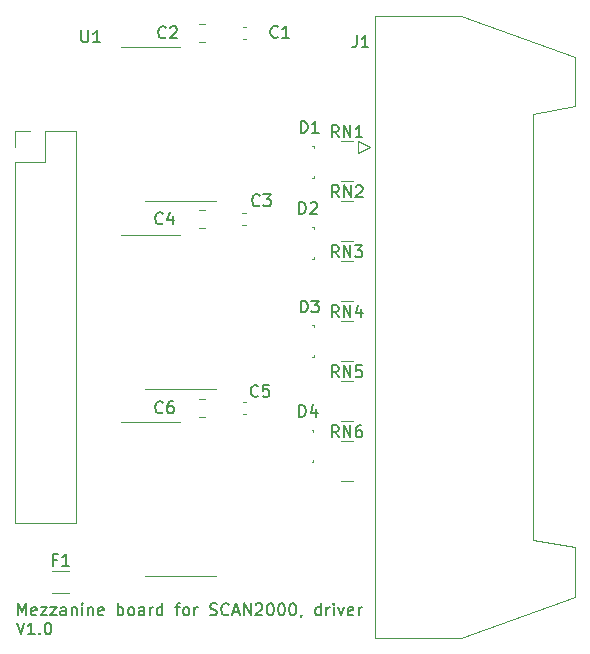
<source format=gbr>
%TF.GenerationSoftware,KiCad,Pcbnew,7.0.2-0*%
%TF.CreationDate,2023-06-06T17:10:40+02:00*%
%TF.ProjectId,SCAN2000_driver,5343414e-3230-4303-905f-647269766572,1.0*%
%TF.SameCoordinates,Original*%
%TF.FileFunction,Legend,Top*%
%TF.FilePolarity,Positive*%
%FSLAX46Y46*%
G04 Gerber Fmt 4.6, Leading zero omitted, Abs format (unit mm)*
G04 Created by KiCad (PCBNEW 7.0.2-0) date 2023-06-06 17:10:40*
%MOMM*%
%LPD*%
G01*
G04 APERTURE LIST*
%ADD10C,0.150000*%
%ADD11C,0.120000*%
%ADD12C,0.100000*%
G04 APERTURE END LIST*
D10*
X77708095Y-94269619D02*
X77708095Y-93269619D01*
X77708095Y-93269619D02*
X78041428Y-93983904D01*
X78041428Y-93983904D02*
X78374761Y-93269619D01*
X78374761Y-93269619D02*
X78374761Y-94269619D01*
X79231904Y-94222000D02*
X79136666Y-94269619D01*
X79136666Y-94269619D02*
X78946190Y-94269619D01*
X78946190Y-94269619D02*
X78850952Y-94222000D01*
X78850952Y-94222000D02*
X78803333Y-94126761D01*
X78803333Y-94126761D02*
X78803333Y-93745809D01*
X78803333Y-93745809D02*
X78850952Y-93650571D01*
X78850952Y-93650571D02*
X78946190Y-93602952D01*
X78946190Y-93602952D02*
X79136666Y-93602952D01*
X79136666Y-93602952D02*
X79231904Y-93650571D01*
X79231904Y-93650571D02*
X79279523Y-93745809D01*
X79279523Y-93745809D02*
X79279523Y-93841047D01*
X79279523Y-93841047D02*
X78803333Y-93936285D01*
X79612857Y-93602952D02*
X80136666Y-93602952D01*
X80136666Y-93602952D02*
X79612857Y-94269619D01*
X79612857Y-94269619D02*
X80136666Y-94269619D01*
X80422381Y-93602952D02*
X80946190Y-93602952D01*
X80946190Y-93602952D02*
X80422381Y-94269619D01*
X80422381Y-94269619D02*
X80946190Y-94269619D01*
X81755714Y-94269619D02*
X81755714Y-93745809D01*
X81755714Y-93745809D02*
X81708095Y-93650571D01*
X81708095Y-93650571D02*
X81612857Y-93602952D01*
X81612857Y-93602952D02*
X81422381Y-93602952D01*
X81422381Y-93602952D02*
X81327143Y-93650571D01*
X81755714Y-94222000D02*
X81660476Y-94269619D01*
X81660476Y-94269619D02*
X81422381Y-94269619D01*
X81422381Y-94269619D02*
X81327143Y-94222000D01*
X81327143Y-94222000D02*
X81279524Y-94126761D01*
X81279524Y-94126761D02*
X81279524Y-94031523D01*
X81279524Y-94031523D02*
X81327143Y-93936285D01*
X81327143Y-93936285D02*
X81422381Y-93888666D01*
X81422381Y-93888666D02*
X81660476Y-93888666D01*
X81660476Y-93888666D02*
X81755714Y-93841047D01*
X82231905Y-93602952D02*
X82231905Y-94269619D01*
X82231905Y-93698190D02*
X82279524Y-93650571D01*
X82279524Y-93650571D02*
X82374762Y-93602952D01*
X82374762Y-93602952D02*
X82517619Y-93602952D01*
X82517619Y-93602952D02*
X82612857Y-93650571D01*
X82612857Y-93650571D02*
X82660476Y-93745809D01*
X82660476Y-93745809D02*
X82660476Y-94269619D01*
X83136667Y-94269619D02*
X83136667Y-93602952D01*
X83136667Y-93269619D02*
X83089048Y-93317238D01*
X83089048Y-93317238D02*
X83136667Y-93364857D01*
X83136667Y-93364857D02*
X83184286Y-93317238D01*
X83184286Y-93317238D02*
X83136667Y-93269619D01*
X83136667Y-93269619D02*
X83136667Y-93364857D01*
X83612857Y-93602952D02*
X83612857Y-94269619D01*
X83612857Y-93698190D02*
X83660476Y-93650571D01*
X83660476Y-93650571D02*
X83755714Y-93602952D01*
X83755714Y-93602952D02*
X83898571Y-93602952D01*
X83898571Y-93602952D02*
X83993809Y-93650571D01*
X83993809Y-93650571D02*
X84041428Y-93745809D01*
X84041428Y-93745809D02*
X84041428Y-94269619D01*
X84898571Y-94222000D02*
X84803333Y-94269619D01*
X84803333Y-94269619D02*
X84612857Y-94269619D01*
X84612857Y-94269619D02*
X84517619Y-94222000D01*
X84517619Y-94222000D02*
X84470000Y-94126761D01*
X84470000Y-94126761D02*
X84470000Y-93745809D01*
X84470000Y-93745809D02*
X84517619Y-93650571D01*
X84517619Y-93650571D02*
X84612857Y-93602952D01*
X84612857Y-93602952D02*
X84803333Y-93602952D01*
X84803333Y-93602952D02*
X84898571Y-93650571D01*
X84898571Y-93650571D02*
X84946190Y-93745809D01*
X84946190Y-93745809D02*
X84946190Y-93841047D01*
X84946190Y-93841047D02*
X84470000Y-93936285D01*
X86136667Y-94269619D02*
X86136667Y-93269619D01*
X86136667Y-93650571D02*
X86231905Y-93602952D01*
X86231905Y-93602952D02*
X86422381Y-93602952D01*
X86422381Y-93602952D02*
X86517619Y-93650571D01*
X86517619Y-93650571D02*
X86565238Y-93698190D01*
X86565238Y-93698190D02*
X86612857Y-93793428D01*
X86612857Y-93793428D02*
X86612857Y-94079142D01*
X86612857Y-94079142D02*
X86565238Y-94174380D01*
X86565238Y-94174380D02*
X86517619Y-94222000D01*
X86517619Y-94222000D02*
X86422381Y-94269619D01*
X86422381Y-94269619D02*
X86231905Y-94269619D01*
X86231905Y-94269619D02*
X86136667Y-94222000D01*
X87184286Y-94269619D02*
X87089048Y-94222000D01*
X87089048Y-94222000D02*
X87041429Y-94174380D01*
X87041429Y-94174380D02*
X86993810Y-94079142D01*
X86993810Y-94079142D02*
X86993810Y-93793428D01*
X86993810Y-93793428D02*
X87041429Y-93698190D01*
X87041429Y-93698190D02*
X87089048Y-93650571D01*
X87089048Y-93650571D02*
X87184286Y-93602952D01*
X87184286Y-93602952D02*
X87327143Y-93602952D01*
X87327143Y-93602952D02*
X87422381Y-93650571D01*
X87422381Y-93650571D02*
X87470000Y-93698190D01*
X87470000Y-93698190D02*
X87517619Y-93793428D01*
X87517619Y-93793428D02*
X87517619Y-94079142D01*
X87517619Y-94079142D02*
X87470000Y-94174380D01*
X87470000Y-94174380D02*
X87422381Y-94222000D01*
X87422381Y-94222000D02*
X87327143Y-94269619D01*
X87327143Y-94269619D02*
X87184286Y-94269619D01*
X88374762Y-94269619D02*
X88374762Y-93745809D01*
X88374762Y-93745809D02*
X88327143Y-93650571D01*
X88327143Y-93650571D02*
X88231905Y-93602952D01*
X88231905Y-93602952D02*
X88041429Y-93602952D01*
X88041429Y-93602952D02*
X87946191Y-93650571D01*
X88374762Y-94222000D02*
X88279524Y-94269619D01*
X88279524Y-94269619D02*
X88041429Y-94269619D01*
X88041429Y-94269619D02*
X87946191Y-94222000D01*
X87946191Y-94222000D02*
X87898572Y-94126761D01*
X87898572Y-94126761D02*
X87898572Y-94031523D01*
X87898572Y-94031523D02*
X87946191Y-93936285D01*
X87946191Y-93936285D02*
X88041429Y-93888666D01*
X88041429Y-93888666D02*
X88279524Y-93888666D01*
X88279524Y-93888666D02*
X88374762Y-93841047D01*
X88850953Y-94269619D02*
X88850953Y-93602952D01*
X88850953Y-93793428D02*
X88898572Y-93698190D01*
X88898572Y-93698190D02*
X88946191Y-93650571D01*
X88946191Y-93650571D02*
X89041429Y-93602952D01*
X89041429Y-93602952D02*
X89136667Y-93602952D01*
X89898572Y-94269619D02*
X89898572Y-93269619D01*
X89898572Y-94222000D02*
X89803334Y-94269619D01*
X89803334Y-94269619D02*
X89612858Y-94269619D01*
X89612858Y-94269619D02*
X89517620Y-94222000D01*
X89517620Y-94222000D02*
X89470001Y-94174380D01*
X89470001Y-94174380D02*
X89422382Y-94079142D01*
X89422382Y-94079142D02*
X89422382Y-93793428D01*
X89422382Y-93793428D02*
X89470001Y-93698190D01*
X89470001Y-93698190D02*
X89517620Y-93650571D01*
X89517620Y-93650571D02*
X89612858Y-93602952D01*
X89612858Y-93602952D02*
X89803334Y-93602952D01*
X89803334Y-93602952D02*
X89898572Y-93650571D01*
X90993811Y-93602952D02*
X91374763Y-93602952D01*
X91136668Y-94269619D02*
X91136668Y-93412476D01*
X91136668Y-93412476D02*
X91184287Y-93317238D01*
X91184287Y-93317238D02*
X91279525Y-93269619D01*
X91279525Y-93269619D02*
X91374763Y-93269619D01*
X91850954Y-94269619D02*
X91755716Y-94222000D01*
X91755716Y-94222000D02*
X91708097Y-94174380D01*
X91708097Y-94174380D02*
X91660478Y-94079142D01*
X91660478Y-94079142D02*
X91660478Y-93793428D01*
X91660478Y-93793428D02*
X91708097Y-93698190D01*
X91708097Y-93698190D02*
X91755716Y-93650571D01*
X91755716Y-93650571D02*
X91850954Y-93602952D01*
X91850954Y-93602952D02*
X91993811Y-93602952D01*
X91993811Y-93602952D02*
X92089049Y-93650571D01*
X92089049Y-93650571D02*
X92136668Y-93698190D01*
X92136668Y-93698190D02*
X92184287Y-93793428D01*
X92184287Y-93793428D02*
X92184287Y-94079142D01*
X92184287Y-94079142D02*
X92136668Y-94174380D01*
X92136668Y-94174380D02*
X92089049Y-94222000D01*
X92089049Y-94222000D02*
X91993811Y-94269619D01*
X91993811Y-94269619D02*
X91850954Y-94269619D01*
X92612859Y-94269619D02*
X92612859Y-93602952D01*
X92612859Y-93793428D02*
X92660478Y-93698190D01*
X92660478Y-93698190D02*
X92708097Y-93650571D01*
X92708097Y-93650571D02*
X92803335Y-93602952D01*
X92803335Y-93602952D02*
X92898573Y-93602952D01*
X93946193Y-94222000D02*
X94089050Y-94269619D01*
X94089050Y-94269619D02*
X94327145Y-94269619D01*
X94327145Y-94269619D02*
X94422383Y-94222000D01*
X94422383Y-94222000D02*
X94470002Y-94174380D01*
X94470002Y-94174380D02*
X94517621Y-94079142D01*
X94517621Y-94079142D02*
X94517621Y-93983904D01*
X94517621Y-93983904D02*
X94470002Y-93888666D01*
X94470002Y-93888666D02*
X94422383Y-93841047D01*
X94422383Y-93841047D02*
X94327145Y-93793428D01*
X94327145Y-93793428D02*
X94136669Y-93745809D01*
X94136669Y-93745809D02*
X94041431Y-93698190D01*
X94041431Y-93698190D02*
X93993812Y-93650571D01*
X93993812Y-93650571D02*
X93946193Y-93555333D01*
X93946193Y-93555333D02*
X93946193Y-93460095D01*
X93946193Y-93460095D02*
X93993812Y-93364857D01*
X93993812Y-93364857D02*
X94041431Y-93317238D01*
X94041431Y-93317238D02*
X94136669Y-93269619D01*
X94136669Y-93269619D02*
X94374764Y-93269619D01*
X94374764Y-93269619D02*
X94517621Y-93317238D01*
X95517621Y-94174380D02*
X95470002Y-94222000D01*
X95470002Y-94222000D02*
X95327145Y-94269619D01*
X95327145Y-94269619D02*
X95231907Y-94269619D01*
X95231907Y-94269619D02*
X95089050Y-94222000D01*
X95089050Y-94222000D02*
X94993812Y-94126761D01*
X94993812Y-94126761D02*
X94946193Y-94031523D01*
X94946193Y-94031523D02*
X94898574Y-93841047D01*
X94898574Y-93841047D02*
X94898574Y-93698190D01*
X94898574Y-93698190D02*
X94946193Y-93507714D01*
X94946193Y-93507714D02*
X94993812Y-93412476D01*
X94993812Y-93412476D02*
X95089050Y-93317238D01*
X95089050Y-93317238D02*
X95231907Y-93269619D01*
X95231907Y-93269619D02*
X95327145Y-93269619D01*
X95327145Y-93269619D02*
X95470002Y-93317238D01*
X95470002Y-93317238D02*
X95517621Y-93364857D01*
X95898574Y-93983904D02*
X96374764Y-93983904D01*
X95803336Y-94269619D02*
X96136669Y-93269619D01*
X96136669Y-93269619D02*
X96470002Y-94269619D01*
X96803336Y-94269619D02*
X96803336Y-93269619D01*
X96803336Y-93269619D02*
X97374764Y-94269619D01*
X97374764Y-94269619D02*
X97374764Y-93269619D01*
X97803336Y-93364857D02*
X97850955Y-93317238D01*
X97850955Y-93317238D02*
X97946193Y-93269619D01*
X97946193Y-93269619D02*
X98184288Y-93269619D01*
X98184288Y-93269619D02*
X98279526Y-93317238D01*
X98279526Y-93317238D02*
X98327145Y-93364857D01*
X98327145Y-93364857D02*
X98374764Y-93460095D01*
X98374764Y-93460095D02*
X98374764Y-93555333D01*
X98374764Y-93555333D02*
X98327145Y-93698190D01*
X98327145Y-93698190D02*
X97755717Y-94269619D01*
X97755717Y-94269619D02*
X98374764Y-94269619D01*
X98993812Y-93269619D02*
X99089050Y-93269619D01*
X99089050Y-93269619D02*
X99184288Y-93317238D01*
X99184288Y-93317238D02*
X99231907Y-93364857D01*
X99231907Y-93364857D02*
X99279526Y-93460095D01*
X99279526Y-93460095D02*
X99327145Y-93650571D01*
X99327145Y-93650571D02*
X99327145Y-93888666D01*
X99327145Y-93888666D02*
X99279526Y-94079142D01*
X99279526Y-94079142D02*
X99231907Y-94174380D01*
X99231907Y-94174380D02*
X99184288Y-94222000D01*
X99184288Y-94222000D02*
X99089050Y-94269619D01*
X99089050Y-94269619D02*
X98993812Y-94269619D01*
X98993812Y-94269619D02*
X98898574Y-94222000D01*
X98898574Y-94222000D02*
X98850955Y-94174380D01*
X98850955Y-94174380D02*
X98803336Y-94079142D01*
X98803336Y-94079142D02*
X98755717Y-93888666D01*
X98755717Y-93888666D02*
X98755717Y-93650571D01*
X98755717Y-93650571D02*
X98803336Y-93460095D01*
X98803336Y-93460095D02*
X98850955Y-93364857D01*
X98850955Y-93364857D02*
X98898574Y-93317238D01*
X98898574Y-93317238D02*
X98993812Y-93269619D01*
X99946193Y-93269619D02*
X100041431Y-93269619D01*
X100041431Y-93269619D02*
X100136669Y-93317238D01*
X100136669Y-93317238D02*
X100184288Y-93364857D01*
X100184288Y-93364857D02*
X100231907Y-93460095D01*
X100231907Y-93460095D02*
X100279526Y-93650571D01*
X100279526Y-93650571D02*
X100279526Y-93888666D01*
X100279526Y-93888666D02*
X100231907Y-94079142D01*
X100231907Y-94079142D02*
X100184288Y-94174380D01*
X100184288Y-94174380D02*
X100136669Y-94222000D01*
X100136669Y-94222000D02*
X100041431Y-94269619D01*
X100041431Y-94269619D02*
X99946193Y-94269619D01*
X99946193Y-94269619D02*
X99850955Y-94222000D01*
X99850955Y-94222000D02*
X99803336Y-94174380D01*
X99803336Y-94174380D02*
X99755717Y-94079142D01*
X99755717Y-94079142D02*
X99708098Y-93888666D01*
X99708098Y-93888666D02*
X99708098Y-93650571D01*
X99708098Y-93650571D02*
X99755717Y-93460095D01*
X99755717Y-93460095D02*
X99803336Y-93364857D01*
X99803336Y-93364857D02*
X99850955Y-93317238D01*
X99850955Y-93317238D02*
X99946193Y-93269619D01*
X100898574Y-93269619D02*
X100993812Y-93269619D01*
X100993812Y-93269619D02*
X101089050Y-93317238D01*
X101089050Y-93317238D02*
X101136669Y-93364857D01*
X101136669Y-93364857D02*
X101184288Y-93460095D01*
X101184288Y-93460095D02*
X101231907Y-93650571D01*
X101231907Y-93650571D02*
X101231907Y-93888666D01*
X101231907Y-93888666D02*
X101184288Y-94079142D01*
X101184288Y-94079142D02*
X101136669Y-94174380D01*
X101136669Y-94174380D02*
X101089050Y-94222000D01*
X101089050Y-94222000D02*
X100993812Y-94269619D01*
X100993812Y-94269619D02*
X100898574Y-94269619D01*
X100898574Y-94269619D02*
X100803336Y-94222000D01*
X100803336Y-94222000D02*
X100755717Y-94174380D01*
X100755717Y-94174380D02*
X100708098Y-94079142D01*
X100708098Y-94079142D02*
X100660479Y-93888666D01*
X100660479Y-93888666D02*
X100660479Y-93650571D01*
X100660479Y-93650571D02*
X100708098Y-93460095D01*
X100708098Y-93460095D02*
X100755717Y-93364857D01*
X100755717Y-93364857D02*
X100803336Y-93317238D01*
X100803336Y-93317238D02*
X100898574Y-93269619D01*
X101708098Y-94222000D02*
X101708098Y-94269619D01*
X101708098Y-94269619D02*
X101660479Y-94364857D01*
X101660479Y-94364857D02*
X101612860Y-94412476D01*
X103327145Y-94269619D02*
X103327145Y-93269619D01*
X103327145Y-94222000D02*
X103231907Y-94269619D01*
X103231907Y-94269619D02*
X103041431Y-94269619D01*
X103041431Y-94269619D02*
X102946193Y-94222000D01*
X102946193Y-94222000D02*
X102898574Y-94174380D01*
X102898574Y-94174380D02*
X102850955Y-94079142D01*
X102850955Y-94079142D02*
X102850955Y-93793428D01*
X102850955Y-93793428D02*
X102898574Y-93698190D01*
X102898574Y-93698190D02*
X102946193Y-93650571D01*
X102946193Y-93650571D02*
X103041431Y-93602952D01*
X103041431Y-93602952D02*
X103231907Y-93602952D01*
X103231907Y-93602952D02*
X103327145Y-93650571D01*
X103803336Y-94269619D02*
X103803336Y-93602952D01*
X103803336Y-93793428D02*
X103850955Y-93698190D01*
X103850955Y-93698190D02*
X103898574Y-93650571D01*
X103898574Y-93650571D02*
X103993812Y-93602952D01*
X103993812Y-93602952D02*
X104089050Y-93602952D01*
X104422384Y-94269619D02*
X104422384Y-93602952D01*
X104422384Y-93269619D02*
X104374765Y-93317238D01*
X104374765Y-93317238D02*
X104422384Y-93364857D01*
X104422384Y-93364857D02*
X104470003Y-93317238D01*
X104470003Y-93317238D02*
X104422384Y-93269619D01*
X104422384Y-93269619D02*
X104422384Y-93364857D01*
X104803336Y-93602952D02*
X105041431Y-94269619D01*
X105041431Y-94269619D02*
X105279526Y-93602952D01*
X106041431Y-94222000D02*
X105946193Y-94269619D01*
X105946193Y-94269619D02*
X105755717Y-94269619D01*
X105755717Y-94269619D02*
X105660479Y-94222000D01*
X105660479Y-94222000D02*
X105612860Y-94126761D01*
X105612860Y-94126761D02*
X105612860Y-93745809D01*
X105612860Y-93745809D02*
X105660479Y-93650571D01*
X105660479Y-93650571D02*
X105755717Y-93602952D01*
X105755717Y-93602952D02*
X105946193Y-93602952D01*
X105946193Y-93602952D02*
X106041431Y-93650571D01*
X106041431Y-93650571D02*
X106089050Y-93745809D01*
X106089050Y-93745809D02*
X106089050Y-93841047D01*
X106089050Y-93841047D02*
X105612860Y-93936285D01*
X106517622Y-94269619D02*
X106517622Y-93602952D01*
X106517622Y-93793428D02*
X106565241Y-93698190D01*
X106565241Y-93698190D02*
X106612860Y-93650571D01*
X106612860Y-93650571D02*
X106708098Y-93602952D01*
X106708098Y-93602952D02*
X106803336Y-93602952D01*
X77565238Y-94889619D02*
X77898571Y-95889619D01*
X77898571Y-95889619D02*
X78231904Y-94889619D01*
X79089047Y-95889619D02*
X78517619Y-95889619D01*
X78803333Y-95889619D02*
X78803333Y-94889619D01*
X78803333Y-94889619D02*
X78708095Y-95032476D01*
X78708095Y-95032476D02*
X78612857Y-95127714D01*
X78612857Y-95127714D02*
X78517619Y-95175333D01*
X79517619Y-95794380D02*
X79565238Y-95842000D01*
X79565238Y-95842000D02*
X79517619Y-95889619D01*
X79517619Y-95889619D02*
X79470000Y-95842000D01*
X79470000Y-95842000D02*
X79517619Y-95794380D01*
X79517619Y-95794380D02*
X79517619Y-95889619D01*
X80184285Y-94889619D02*
X80279523Y-94889619D01*
X80279523Y-94889619D02*
X80374761Y-94937238D01*
X80374761Y-94937238D02*
X80422380Y-94984857D01*
X80422380Y-94984857D02*
X80469999Y-95080095D01*
X80469999Y-95080095D02*
X80517618Y-95270571D01*
X80517618Y-95270571D02*
X80517618Y-95508666D01*
X80517618Y-95508666D02*
X80469999Y-95699142D01*
X80469999Y-95699142D02*
X80422380Y-95794380D01*
X80422380Y-95794380D02*
X80374761Y-95842000D01*
X80374761Y-95842000D02*
X80279523Y-95889619D01*
X80279523Y-95889619D02*
X80184285Y-95889619D01*
X80184285Y-95889619D02*
X80089047Y-95842000D01*
X80089047Y-95842000D02*
X80041428Y-95794380D01*
X80041428Y-95794380D02*
X79993809Y-95699142D01*
X79993809Y-95699142D02*
X79946190Y-95508666D01*
X79946190Y-95508666D02*
X79946190Y-95270571D01*
X79946190Y-95270571D02*
X79993809Y-95080095D01*
X79993809Y-95080095D02*
X80041428Y-94984857D01*
X80041428Y-94984857D02*
X80089047Y-94937238D01*
X80089047Y-94937238D02*
X80184285Y-94889619D01*
%TO.C,C5*%
X98004333Y-75678380D02*
X97956714Y-75726000D01*
X97956714Y-75726000D02*
X97813857Y-75773619D01*
X97813857Y-75773619D02*
X97718619Y-75773619D01*
X97718619Y-75773619D02*
X97575762Y-75726000D01*
X97575762Y-75726000D02*
X97480524Y-75630761D01*
X97480524Y-75630761D02*
X97432905Y-75535523D01*
X97432905Y-75535523D02*
X97385286Y-75345047D01*
X97385286Y-75345047D02*
X97385286Y-75202190D01*
X97385286Y-75202190D02*
X97432905Y-75011714D01*
X97432905Y-75011714D02*
X97480524Y-74916476D01*
X97480524Y-74916476D02*
X97575762Y-74821238D01*
X97575762Y-74821238D02*
X97718619Y-74773619D01*
X97718619Y-74773619D02*
X97813857Y-74773619D01*
X97813857Y-74773619D02*
X97956714Y-74821238D01*
X97956714Y-74821238D02*
X98004333Y-74868857D01*
X98909095Y-74773619D02*
X98432905Y-74773619D01*
X98432905Y-74773619D02*
X98385286Y-75249809D01*
X98385286Y-75249809D02*
X98432905Y-75202190D01*
X98432905Y-75202190D02*
X98528143Y-75154571D01*
X98528143Y-75154571D02*
X98766238Y-75154571D01*
X98766238Y-75154571D02*
X98861476Y-75202190D01*
X98861476Y-75202190D02*
X98909095Y-75249809D01*
X98909095Y-75249809D02*
X98956714Y-75345047D01*
X98956714Y-75345047D02*
X98956714Y-75583142D01*
X98956714Y-75583142D02*
X98909095Y-75678380D01*
X98909095Y-75678380D02*
X98861476Y-75726000D01*
X98861476Y-75726000D02*
X98766238Y-75773619D01*
X98766238Y-75773619D02*
X98528143Y-75773619D01*
X98528143Y-75773619D02*
X98432905Y-75726000D01*
X98432905Y-75726000D02*
X98385286Y-75678380D01*
%TO.C,D2*%
X101496905Y-60279619D02*
X101496905Y-59279619D01*
X101496905Y-59279619D02*
X101735000Y-59279619D01*
X101735000Y-59279619D02*
X101877857Y-59327238D01*
X101877857Y-59327238D02*
X101973095Y-59422476D01*
X101973095Y-59422476D02*
X102020714Y-59517714D01*
X102020714Y-59517714D02*
X102068333Y-59708190D01*
X102068333Y-59708190D02*
X102068333Y-59851047D01*
X102068333Y-59851047D02*
X102020714Y-60041523D01*
X102020714Y-60041523D02*
X101973095Y-60136761D01*
X101973095Y-60136761D02*
X101877857Y-60232000D01*
X101877857Y-60232000D02*
X101735000Y-60279619D01*
X101735000Y-60279619D02*
X101496905Y-60279619D01*
X102449286Y-59374857D02*
X102496905Y-59327238D01*
X102496905Y-59327238D02*
X102592143Y-59279619D01*
X102592143Y-59279619D02*
X102830238Y-59279619D01*
X102830238Y-59279619D02*
X102925476Y-59327238D01*
X102925476Y-59327238D02*
X102973095Y-59374857D01*
X102973095Y-59374857D02*
X103020714Y-59470095D01*
X103020714Y-59470095D02*
X103020714Y-59565333D01*
X103020714Y-59565333D02*
X102973095Y-59708190D01*
X102973095Y-59708190D02*
X102401667Y-60279619D01*
X102401667Y-60279619D02*
X103020714Y-60279619D01*
%TO.C,D3*%
X101623905Y-68629619D02*
X101623905Y-67629619D01*
X101623905Y-67629619D02*
X101862000Y-67629619D01*
X101862000Y-67629619D02*
X102004857Y-67677238D01*
X102004857Y-67677238D02*
X102100095Y-67772476D01*
X102100095Y-67772476D02*
X102147714Y-67867714D01*
X102147714Y-67867714D02*
X102195333Y-68058190D01*
X102195333Y-68058190D02*
X102195333Y-68201047D01*
X102195333Y-68201047D02*
X102147714Y-68391523D01*
X102147714Y-68391523D02*
X102100095Y-68486761D01*
X102100095Y-68486761D02*
X102004857Y-68582000D01*
X102004857Y-68582000D02*
X101862000Y-68629619D01*
X101862000Y-68629619D02*
X101623905Y-68629619D01*
X102528667Y-67629619D02*
X103147714Y-67629619D01*
X103147714Y-67629619D02*
X102814381Y-68010571D01*
X102814381Y-68010571D02*
X102957238Y-68010571D01*
X102957238Y-68010571D02*
X103052476Y-68058190D01*
X103052476Y-68058190D02*
X103100095Y-68105809D01*
X103100095Y-68105809D02*
X103147714Y-68201047D01*
X103147714Y-68201047D02*
X103147714Y-68439142D01*
X103147714Y-68439142D02*
X103100095Y-68534380D01*
X103100095Y-68534380D02*
X103052476Y-68582000D01*
X103052476Y-68582000D02*
X102957238Y-68629619D01*
X102957238Y-68629619D02*
X102671524Y-68629619D01*
X102671524Y-68629619D02*
X102576286Y-68582000D01*
X102576286Y-68582000D02*
X102528667Y-68534380D01*
%TO.C,C4*%
X89926333Y-61073380D02*
X89878714Y-61121000D01*
X89878714Y-61121000D02*
X89735857Y-61168619D01*
X89735857Y-61168619D02*
X89640619Y-61168619D01*
X89640619Y-61168619D02*
X89497762Y-61121000D01*
X89497762Y-61121000D02*
X89402524Y-61025761D01*
X89402524Y-61025761D02*
X89354905Y-60930523D01*
X89354905Y-60930523D02*
X89307286Y-60740047D01*
X89307286Y-60740047D02*
X89307286Y-60597190D01*
X89307286Y-60597190D02*
X89354905Y-60406714D01*
X89354905Y-60406714D02*
X89402524Y-60311476D01*
X89402524Y-60311476D02*
X89497762Y-60216238D01*
X89497762Y-60216238D02*
X89640619Y-60168619D01*
X89640619Y-60168619D02*
X89735857Y-60168619D01*
X89735857Y-60168619D02*
X89878714Y-60216238D01*
X89878714Y-60216238D02*
X89926333Y-60263857D01*
X90783476Y-60501952D02*
X90783476Y-61168619D01*
X90545381Y-60121000D02*
X90307286Y-60835285D01*
X90307286Y-60835285D02*
X90926333Y-60835285D01*
%TO.C,RN1*%
X104835523Y-53802619D02*
X104502190Y-53326428D01*
X104264095Y-53802619D02*
X104264095Y-52802619D01*
X104264095Y-52802619D02*
X104645047Y-52802619D01*
X104645047Y-52802619D02*
X104740285Y-52850238D01*
X104740285Y-52850238D02*
X104787904Y-52897857D01*
X104787904Y-52897857D02*
X104835523Y-52993095D01*
X104835523Y-52993095D02*
X104835523Y-53135952D01*
X104835523Y-53135952D02*
X104787904Y-53231190D01*
X104787904Y-53231190D02*
X104740285Y-53278809D01*
X104740285Y-53278809D02*
X104645047Y-53326428D01*
X104645047Y-53326428D02*
X104264095Y-53326428D01*
X105264095Y-53802619D02*
X105264095Y-52802619D01*
X105264095Y-52802619D02*
X105835523Y-53802619D01*
X105835523Y-53802619D02*
X105835523Y-52802619D01*
X106835523Y-53802619D02*
X106264095Y-53802619D01*
X106549809Y-53802619D02*
X106549809Y-52802619D01*
X106549809Y-52802619D02*
X106454571Y-52945476D01*
X106454571Y-52945476D02*
X106359333Y-53040714D01*
X106359333Y-53040714D02*
X106264095Y-53088333D01*
%TO.C,F1*%
X80946666Y-89558809D02*
X80613333Y-89558809D01*
X80613333Y-90082619D02*
X80613333Y-89082619D01*
X80613333Y-89082619D02*
X81089523Y-89082619D01*
X81994285Y-90082619D02*
X81422857Y-90082619D01*
X81708571Y-90082619D02*
X81708571Y-89082619D01*
X81708571Y-89082619D02*
X81613333Y-89225476D01*
X81613333Y-89225476D02*
X81518095Y-89320714D01*
X81518095Y-89320714D02*
X81422857Y-89368333D01*
%TO.C,J1*%
X106346666Y-45182619D02*
X106346666Y-45896904D01*
X106346666Y-45896904D02*
X106299047Y-46039761D01*
X106299047Y-46039761D02*
X106203809Y-46135000D01*
X106203809Y-46135000D02*
X106060952Y-46182619D01*
X106060952Y-46182619D02*
X105965714Y-46182619D01*
X107346666Y-46182619D02*
X106775238Y-46182619D01*
X107060952Y-46182619D02*
X107060952Y-45182619D01*
X107060952Y-45182619D02*
X106965714Y-45325476D01*
X106965714Y-45325476D02*
X106870476Y-45420714D01*
X106870476Y-45420714D02*
X106775238Y-45468333D01*
%TO.C,RN5*%
X104835523Y-74122619D02*
X104502190Y-73646428D01*
X104264095Y-74122619D02*
X104264095Y-73122619D01*
X104264095Y-73122619D02*
X104645047Y-73122619D01*
X104645047Y-73122619D02*
X104740285Y-73170238D01*
X104740285Y-73170238D02*
X104787904Y-73217857D01*
X104787904Y-73217857D02*
X104835523Y-73313095D01*
X104835523Y-73313095D02*
X104835523Y-73455952D01*
X104835523Y-73455952D02*
X104787904Y-73551190D01*
X104787904Y-73551190D02*
X104740285Y-73598809D01*
X104740285Y-73598809D02*
X104645047Y-73646428D01*
X104645047Y-73646428D02*
X104264095Y-73646428D01*
X105264095Y-74122619D02*
X105264095Y-73122619D01*
X105264095Y-73122619D02*
X105835523Y-74122619D01*
X105835523Y-74122619D02*
X105835523Y-73122619D01*
X106787904Y-73122619D02*
X106311714Y-73122619D01*
X106311714Y-73122619D02*
X106264095Y-73598809D01*
X106264095Y-73598809D02*
X106311714Y-73551190D01*
X106311714Y-73551190D02*
X106406952Y-73503571D01*
X106406952Y-73503571D02*
X106645047Y-73503571D01*
X106645047Y-73503571D02*
X106740285Y-73551190D01*
X106740285Y-73551190D02*
X106787904Y-73598809D01*
X106787904Y-73598809D02*
X106835523Y-73694047D01*
X106835523Y-73694047D02*
X106835523Y-73932142D01*
X106835523Y-73932142D02*
X106787904Y-74027380D01*
X106787904Y-74027380D02*
X106740285Y-74075000D01*
X106740285Y-74075000D02*
X106645047Y-74122619D01*
X106645047Y-74122619D02*
X106406952Y-74122619D01*
X106406952Y-74122619D02*
X106311714Y-74075000D01*
X106311714Y-74075000D02*
X106264095Y-74027380D01*
%TO.C,RN4*%
X104835523Y-69042619D02*
X104502190Y-68566428D01*
X104264095Y-69042619D02*
X104264095Y-68042619D01*
X104264095Y-68042619D02*
X104645047Y-68042619D01*
X104645047Y-68042619D02*
X104740285Y-68090238D01*
X104740285Y-68090238D02*
X104787904Y-68137857D01*
X104787904Y-68137857D02*
X104835523Y-68233095D01*
X104835523Y-68233095D02*
X104835523Y-68375952D01*
X104835523Y-68375952D02*
X104787904Y-68471190D01*
X104787904Y-68471190D02*
X104740285Y-68518809D01*
X104740285Y-68518809D02*
X104645047Y-68566428D01*
X104645047Y-68566428D02*
X104264095Y-68566428D01*
X105264095Y-69042619D02*
X105264095Y-68042619D01*
X105264095Y-68042619D02*
X105835523Y-69042619D01*
X105835523Y-69042619D02*
X105835523Y-68042619D01*
X106740285Y-68375952D02*
X106740285Y-69042619D01*
X106502190Y-67995000D02*
X106264095Y-68709285D01*
X106264095Y-68709285D02*
X106883142Y-68709285D01*
%TO.C,U1*%
X83058095Y-44747619D02*
X83058095Y-45557142D01*
X83058095Y-45557142D02*
X83105714Y-45652380D01*
X83105714Y-45652380D02*
X83153333Y-45700000D01*
X83153333Y-45700000D02*
X83248571Y-45747619D01*
X83248571Y-45747619D02*
X83439047Y-45747619D01*
X83439047Y-45747619D02*
X83534285Y-45700000D01*
X83534285Y-45700000D02*
X83581904Y-45652380D01*
X83581904Y-45652380D02*
X83629523Y-45557142D01*
X83629523Y-45557142D02*
X83629523Y-44747619D01*
X84629523Y-45747619D02*
X84058095Y-45747619D01*
X84343809Y-45747619D02*
X84343809Y-44747619D01*
X84343809Y-44747619D02*
X84248571Y-44890476D01*
X84248571Y-44890476D02*
X84153333Y-44985714D01*
X84153333Y-44985714D02*
X84058095Y-45033333D01*
%TO.C,D1*%
X101623905Y-53421619D02*
X101623905Y-52421619D01*
X101623905Y-52421619D02*
X101862000Y-52421619D01*
X101862000Y-52421619D02*
X102004857Y-52469238D01*
X102004857Y-52469238D02*
X102100095Y-52564476D01*
X102100095Y-52564476D02*
X102147714Y-52659714D01*
X102147714Y-52659714D02*
X102195333Y-52850190D01*
X102195333Y-52850190D02*
X102195333Y-52993047D01*
X102195333Y-52993047D02*
X102147714Y-53183523D01*
X102147714Y-53183523D02*
X102100095Y-53278761D01*
X102100095Y-53278761D02*
X102004857Y-53374000D01*
X102004857Y-53374000D02*
X101862000Y-53421619D01*
X101862000Y-53421619D02*
X101623905Y-53421619D01*
X103147714Y-53421619D02*
X102576286Y-53421619D01*
X102862000Y-53421619D02*
X102862000Y-52421619D01*
X102862000Y-52421619D02*
X102766762Y-52564476D01*
X102766762Y-52564476D02*
X102671524Y-52659714D01*
X102671524Y-52659714D02*
X102576286Y-52707333D01*
%TO.C,C1*%
X99676333Y-45275380D02*
X99628714Y-45323000D01*
X99628714Y-45323000D02*
X99485857Y-45370619D01*
X99485857Y-45370619D02*
X99390619Y-45370619D01*
X99390619Y-45370619D02*
X99247762Y-45323000D01*
X99247762Y-45323000D02*
X99152524Y-45227761D01*
X99152524Y-45227761D02*
X99104905Y-45132523D01*
X99104905Y-45132523D02*
X99057286Y-44942047D01*
X99057286Y-44942047D02*
X99057286Y-44799190D01*
X99057286Y-44799190D02*
X99104905Y-44608714D01*
X99104905Y-44608714D02*
X99152524Y-44513476D01*
X99152524Y-44513476D02*
X99247762Y-44418238D01*
X99247762Y-44418238D02*
X99390619Y-44370619D01*
X99390619Y-44370619D02*
X99485857Y-44370619D01*
X99485857Y-44370619D02*
X99628714Y-44418238D01*
X99628714Y-44418238D02*
X99676333Y-44465857D01*
X100628714Y-45370619D02*
X100057286Y-45370619D01*
X100343000Y-45370619D02*
X100343000Y-44370619D01*
X100343000Y-44370619D02*
X100247762Y-44513476D01*
X100247762Y-44513476D02*
X100152524Y-44608714D01*
X100152524Y-44608714D02*
X100057286Y-44656333D01*
%TO.C,RN2*%
X104857523Y-58882619D02*
X104524190Y-58406428D01*
X104286095Y-58882619D02*
X104286095Y-57882619D01*
X104286095Y-57882619D02*
X104667047Y-57882619D01*
X104667047Y-57882619D02*
X104762285Y-57930238D01*
X104762285Y-57930238D02*
X104809904Y-57977857D01*
X104809904Y-57977857D02*
X104857523Y-58073095D01*
X104857523Y-58073095D02*
X104857523Y-58215952D01*
X104857523Y-58215952D02*
X104809904Y-58311190D01*
X104809904Y-58311190D02*
X104762285Y-58358809D01*
X104762285Y-58358809D02*
X104667047Y-58406428D01*
X104667047Y-58406428D02*
X104286095Y-58406428D01*
X105286095Y-58882619D02*
X105286095Y-57882619D01*
X105286095Y-57882619D02*
X105857523Y-58882619D01*
X105857523Y-58882619D02*
X105857523Y-57882619D01*
X106286095Y-57977857D02*
X106333714Y-57930238D01*
X106333714Y-57930238D02*
X106428952Y-57882619D01*
X106428952Y-57882619D02*
X106667047Y-57882619D01*
X106667047Y-57882619D02*
X106762285Y-57930238D01*
X106762285Y-57930238D02*
X106809904Y-57977857D01*
X106809904Y-57977857D02*
X106857523Y-58073095D01*
X106857523Y-58073095D02*
X106857523Y-58168333D01*
X106857523Y-58168333D02*
X106809904Y-58311190D01*
X106809904Y-58311190D02*
X106238476Y-58882619D01*
X106238476Y-58882619D02*
X106857523Y-58882619D01*
%TO.C,RN3*%
X104835523Y-63962619D02*
X104502190Y-63486428D01*
X104264095Y-63962619D02*
X104264095Y-62962619D01*
X104264095Y-62962619D02*
X104645047Y-62962619D01*
X104645047Y-62962619D02*
X104740285Y-63010238D01*
X104740285Y-63010238D02*
X104787904Y-63057857D01*
X104787904Y-63057857D02*
X104835523Y-63153095D01*
X104835523Y-63153095D02*
X104835523Y-63295952D01*
X104835523Y-63295952D02*
X104787904Y-63391190D01*
X104787904Y-63391190D02*
X104740285Y-63438809D01*
X104740285Y-63438809D02*
X104645047Y-63486428D01*
X104645047Y-63486428D02*
X104264095Y-63486428D01*
X105264095Y-63962619D02*
X105264095Y-62962619D01*
X105264095Y-62962619D02*
X105835523Y-63962619D01*
X105835523Y-63962619D02*
X105835523Y-62962619D01*
X106216476Y-62962619D02*
X106835523Y-62962619D01*
X106835523Y-62962619D02*
X106502190Y-63343571D01*
X106502190Y-63343571D02*
X106645047Y-63343571D01*
X106645047Y-63343571D02*
X106740285Y-63391190D01*
X106740285Y-63391190D02*
X106787904Y-63438809D01*
X106787904Y-63438809D02*
X106835523Y-63534047D01*
X106835523Y-63534047D02*
X106835523Y-63772142D01*
X106835523Y-63772142D02*
X106787904Y-63867380D01*
X106787904Y-63867380D02*
X106740285Y-63915000D01*
X106740285Y-63915000D02*
X106645047Y-63962619D01*
X106645047Y-63962619D02*
X106359333Y-63962619D01*
X106359333Y-63962619D02*
X106264095Y-63915000D01*
X106264095Y-63915000D02*
X106216476Y-63867380D01*
%TO.C,C6*%
X89926333Y-77075380D02*
X89878714Y-77123000D01*
X89878714Y-77123000D02*
X89735857Y-77170619D01*
X89735857Y-77170619D02*
X89640619Y-77170619D01*
X89640619Y-77170619D02*
X89497762Y-77123000D01*
X89497762Y-77123000D02*
X89402524Y-77027761D01*
X89402524Y-77027761D02*
X89354905Y-76932523D01*
X89354905Y-76932523D02*
X89307286Y-76742047D01*
X89307286Y-76742047D02*
X89307286Y-76599190D01*
X89307286Y-76599190D02*
X89354905Y-76408714D01*
X89354905Y-76408714D02*
X89402524Y-76313476D01*
X89402524Y-76313476D02*
X89497762Y-76218238D01*
X89497762Y-76218238D02*
X89640619Y-76170619D01*
X89640619Y-76170619D02*
X89735857Y-76170619D01*
X89735857Y-76170619D02*
X89878714Y-76218238D01*
X89878714Y-76218238D02*
X89926333Y-76265857D01*
X90783476Y-76170619D02*
X90593000Y-76170619D01*
X90593000Y-76170619D02*
X90497762Y-76218238D01*
X90497762Y-76218238D02*
X90450143Y-76265857D01*
X90450143Y-76265857D02*
X90354905Y-76408714D01*
X90354905Y-76408714D02*
X90307286Y-76599190D01*
X90307286Y-76599190D02*
X90307286Y-76980142D01*
X90307286Y-76980142D02*
X90354905Y-77075380D01*
X90354905Y-77075380D02*
X90402524Y-77123000D01*
X90402524Y-77123000D02*
X90497762Y-77170619D01*
X90497762Y-77170619D02*
X90688238Y-77170619D01*
X90688238Y-77170619D02*
X90783476Y-77123000D01*
X90783476Y-77123000D02*
X90831095Y-77075380D01*
X90831095Y-77075380D02*
X90878714Y-76980142D01*
X90878714Y-76980142D02*
X90878714Y-76742047D01*
X90878714Y-76742047D02*
X90831095Y-76646809D01*
X90831095Y-76646809D02*
X90783476Y-76599190D01*
X90783476Y-76599190D02*
X90688238Y-76551571D01*
X90688238Y-76551571D02*
X90497762Y-76551571D01*
X90497762Y-76551571D02*
X90402524Y-76599190D01*
X90402524Y-76599190D02*
X90354905Y-76646809D01*
X90354905Y-76646809D02*
X90307286Y-76742047D01*
%TO.C,C2*%
X90180333Y-45325380D02*
X90132714Y-45373000D01*
X90132714Y-45373000D02*
X89989857Y-45420619D01*
X89989857Y-45420619D02*
X89894619Y-45420619D01*
X89894619Y-45420619D02*
X89751762Y-45373000D01*
X89751762Y-45373000D02*
X89656524Y-45277761D01*
X89656524Y-45277761D02*
X89608905Y-45182523D01*
X89608905Y-45182523D02*
X89561286Y-44992047D01*
X89561286Y-44992047D02*
X89561286Y-44849190D01*
X89561286Y-44849190D02*
X89608905Y-44658714D01*
X89608905Y-44658714D02*
X89656524Y-44563476D01*
X89656524Y-44563476D02*
X89751762Y-44468238D01*
X89751762Y-44468238D02*
X89894619Y-44420619D01*
X89894619Y-44420619D02*
X89989857Y-44420619D01*
X89989857Y-44420619D02*
X90132714Y-44468238D01*
X90132714Y-44468238D02*
X90180333Y-44515857D01*
X90561286Y-44515857D02*
X90608905Y-44468238D01*
X90608905Y-44468238D02*
X90704143Y-44420619D01*
X90704143Y-44420619D02*
X90942238Y-44420619D01*
X90942238Y-44420619D02*
X91037476Y-44468238D01*
X91037476Y-44468238D02*
X91085095Y-44515857D01*
X91085095Y-44515857D02*
X91132714Y-44611095D01*
X91132714Y-44611095D02*
X91132714Y-44706333D01*
X91132714Y-44706333D02*
X91085095Y-44849190D01*
X91085095Y-44849190D02*
X90513667Y-45420619D01*
X90513667Y-45420619D02*
X91132714Y-45420619D01*
%TO.C,RN6*%
X104835523Y-79202619D02*
X104502190Y-78726428D01*
X104264095Y-79202619D02*
X104264095Y-78202619D01*
X104264095Y-78202619D02*
X104645047Y-78202619D01*
X104645047Y-78202619D02*
X104740285Y-78250238D01*
X104740285Y-78250238D02*
X104787904Y-78297857D01*
X104787904Y-78297857D02*
X104835523Y-78393095D01*
X104835523Y-78393095D02*
X104835523Y-78535952D01*
X104835523Y-78535952D02*
X104787904Y-78631190D01*
X104787904Y-78631190D02*
X104740285Y-78678809D01*
X104740285Y-78678809D02*
X104645047Y-78726428D01*
X104645047Y-78726428D02*
X104264095Y-78726428D01*
X105264095Y-79202619D02*
X105264095Y-78202619D01*
X105264095Y-78202619D02*
X105835523Y-79202619D01*
X105835523Y-79202619D02*
X105835523Y-78202619D01*
X106740285Y-78202619D02*
X106549809Y-78202619D01*
X106549809Y-78202619D02*
X106454571Y-78250238D01*
X106454571Y-78250238D02*
X106406952Y-78297857D01*
X106406952Y-78297857D02*
X106311714Y-78440714D01*
X106311714Y-78440714D02*
X106264095Y-78631190D01*
X106264095Y-78631190D02*
X106264095Y-79012142D01*
X106264095Y-79012142D02*
X106311714Y-79107380D01*
X106311714Y-79107380D02*
X106359333Y-79155000D01*
X106359333Y-79155000D02*
X106454571Y-79202619D01*
X106454571Y-79202619D02*
X106645047Y-79202619D01*
X106645047Y-79202619D02*
X106740285Y-79155000D01*
X106740285Y-79155000D02*
X106787904Y-79107380D01*
X106787904Y-79107380D02*
X106835523Y-79012142D01*
X106835523Y-79012142D02*
X106835523Y-78774047D01*
X106835523Y-78774047D02*
X106787904Y-78678809D01*
X106787904Y-78678809D02*
X106740285Y-78631190D01*
X106740285Y-78631190D02*
X106645047Y-78583571D01*
X106645047Y-78583571D02*
X106454571Y-78583571D01*
X106454571Y-78583571D02*
X106359333Y-78631190D01*
X106359333Y-78631190D02*
X106311714Y-78678809D01*
X106311714Y-78678809D02*
X106264095Y-78774047D01*
%TO.C,C3*%
X98131333Y-59549380D02*
X98083714Y-59597000D01*
X98083714Y-59597000D02*
X97940857Y-59644619D01*
X97940857Y-59644619D02*
X97845619Y-59644619D01*
X97845619Y-59644619D02*
X97702762Y-59597000D01*
X97702762Y-59597000D02*
X97607524Y-59501761D01*
X97607524Y-59501761D02*
X97559905Y-59406523D01*
X97559905Y-59406523D02*
X97512286Y-59216047D01*
X97512286Y-59216047D02*
X97512286Y-59073190D01*
X97512286Y-59073190D02*
X97559905Y-58882714D01*
X97559905Y-58882714D02*
X97607524Y-58787476D01*
X97607524Y-58787476D02*
X97702762Y-58692238D01*
X97702762Y-58692238D02*
X97845619Y-58644619D01*
X97845619Y-58644619D02*
X97940857Y-58644619D01*
X97940857Y-58644619D02*
X98083714Y-58692238D01*
X98083714Y-58692238D02*
X98131333Y-58739857D01*
X98464667Y-58644619D02*
X99083714Y-58644619D01*
X99083714Y-58644619D02*
X98750381Y-59025571D01*
X98750381Y-59025571D02*
X98893238Y-59025571D01*
X98893238Y-59025571D02*
X98988476Y-59073190D01*
X98988476Y-59073190D02*
X99036095Y-59120809D01*
X99036095Y-59120809D02*
X99083714Y-59216047D01*
X99083714Y-59216047D02*
X99083714Y-59454142D01*
X99083714Y-59454142D02*
X99036095Y-59549380D01*
X99036095Y-59549380D02*
X98988476Y-59597000D01*
X98988476Y-59597000D02*
X98893238Y-59644619D01*
X98893238Y-59644619D02*
X98607524Y-59644619D01*
X98607524Y-59644619D02*
X98512286Y-59597000D01*
X98512286Y-59597000D02*
X98464667Y-59549380D01*
%TO.C,D4*%
X101496905Y-77462619D02*
X101496905Y-76462619D01*
X101496905Y-76462619D02*
X101735000Y-76462619D01*
X101735000Y-76462619D02*
X101877857Y-76510238D01*
X101877857Y-76510238D02*
X101973095Y-76605476D01*
X101973095Y-76605476D02*
X102020714Y-76700714D01*
X102020714Y-76700714D02*
X102068333Y-76891190D01*
X102068333Y-76891190D02*
X102068333Y-77034047D01*
X102068333Y-77034047D02*
X102020714Y-77224523D01*
X102020714Y-77224523D02*
X101973095Y-77319761D01*
X101973095Y-77319761D02*
X101877857Y-77415000D01*
X101877857Y-77415000D02*
X101735000Y-77462619D01*
X101735000Y-77462619D02*
X101496905Y-77462619D01*
X102925476Y-76795952D02*
X102925476Y-77462619D01*
X102687381Y-76415000D02*
X102449286Y-77129285D01*
X102449286Y-77129285D02*
X103068333Y-77129285D01*
D11*
%TO.C,C5*%
X96699233Y-76198000D02*
X96991767Y-76198000D01*
X96699233Y-77218000D02*
X96991767Y-77218000D01*
D12*
%TO.C,D2*%
X102716000Y-61388000D02*
X102716000Y-61538000D01*
X102616000Y-61388000D02*
X102716000Y-61388000D01*
X102716000Y-64088000D02*
X102716000Y-63938000D01*
X102616000Y-64088000D02*
X102716000Y-64088000D01*
%TO.C,D3*%
X102716000Y-69700000D02*
X102716000Y-69850000D01*
X102616000Y-69700000D02*
X102716000Y-69700000D01*
X102716000Y-72400000D02*
X102716000Y-72250000D01*
X102616000Y-72400000D02*
X102716000Y-72400000D01*
D11*
%TO.C,C4*%
X93529252Y-61441000D02*
X93006748Y-61441000D01*
X93529252Y-59971000D02*
X93006748Y-59971000D01*
%TO.C,U3*%
X86440000Y-77925000D02*
X91440000Y-77925000D01*
X88440000Y-90985000D02*
X94440000Y-90985000D01*
%TO.C,RN1*%
X106026000Y-54130000D02*
X105026000Y-54130000D01*
X106026000Y-57490000D02*
X105026000Y-57490000D01*
%TO.C,F1*%
X80552936Y-90530000D02*
X82007064Y-90530000D01*
X80552936Y-92350000D02*
X82007064Y-92350000D01*
%TO.C,J1*%
X106480000Y-54110000D02*
X106480000Y-55110000D01*
X106480000Y-55110000D02*
X107480000Y-54610000D01*
X107480000Y-54610000D02*
X106480000Y-54110000D01*
X107870000Y-43530000D02*
X115200000Y-43530000D01*
X107870000Y-96170000D02*
X107870000Y-43530000D01*
X115200000Y-43530000D02*
X124860000Y-47000000D01*
X115200000Y-96170000D02*
X107870000Y-96170000D01*
X121300000Y-51820000D02*
X121300000Y-87880000D01*
X121300000Y-87880000D02*
X124860000Y-88510000D01*
X124860000Y-47000000D02*
X124860000Y-51190000D01*
X124860000Y-51190000D02*
X121300000Y-51820000D01*
X124860000Y-88510000D02*
X124860000Y-92700000D01*
X124860000Y-92700000D02*
X115200000Y-96170000D01*
%TO.C,RN5*%
X106026000Y-74450000D02*
X105026000Y-74450000D01*
X106026000Y-77810000D02*
X105026000Y-77810000D01*
%TO.C,RN4*%
X106026000Y-69370000D02*
X105026000Y-69370000D01*
X106026000Y-72730000D02*
X105026000Y-72730000D01*
%TO.C,U1*%
X86440000Y-46175000D02*
X91440000Y-46175000D01*
X88440000Y-59235000D02*
X94440000Y-59235000D01*
%TO.C,J2*%
X77410000Y-53280000D02*
X78740000Y-53280000D01*
X77410000Y-54610000D02*
X77410000Y-53280000D01*
X77410000Y-55880000D02*
X77410000Y-86420000D01*
X77410000Y-55880000D02*
X80010000Y-55880000D01*
X77410000Y-86420000D02*
X82610000Y-86420000D01*
X80010000Y-53280000D02*
X82610000Y-53280000D01*
X80010000Y-55880000D02*
X80010000Y-53280000D01*
X82610000Y-53280000D02*
X82610000Y-86420000D01*
D12*
%TO.C,D1*%
X102716000Y-54530000D02*
X102716000Y-54680000D01*
X102616000Y-54530000D02*
X102716000Y-54530000D01*
X102716000Y-57230000D02*
X102716000Y-57080000D01*
X102616000Y-57230000D02*
X102716000Y-57230000D01*
D11*
%TO.C,C1*%
X96699233Y-44448000D02*
X96991767Y-44448000D01*
X96699233Y-45468000D02*
X96991767Y-45468000D01*
%TO.C,RN2*%
X106048000Y-59210000D02*
X105048000Y-59210000D01*
X106048000Y-62570000D02*
X105048000Y-62570000D01*
%TO.C,RN3*%
X106026000Y-64290000D02*
X105026000Y-64290000D01*
X106026000Y-67650000D02*
X105026000Y-67650000D01*
%TO.C,C6*%
X93529252Y-77443000D02*
X93006748Y-77443000D01*
X93529252Y-75973000D02*
X93006748Y-75973000D01*
%TO.C,C2*%
X93550752Y-45693000D02*
X93028248Y-45693000D01*
X93550752Y-44223000D02*
X93028248Y-44223000D01*
%TO.C,RN6*%
X106026000Y-79530000D02*
X105026000Y-79530000D01*
X106026000Y-82890000D02*
X105026000Y-82890000D01*
%TO.C,U2*%
X86440000Y-62050000D02*
X91440000Y-62050000D01*
X88440000Y-75110000D02*
X94440000Y-75110000D01*
%TO.C,C3*%
X96677733Y-60196000D02*
X96970267Y-60196000D01*
X96677733Y-61216000D02*
X96970267Y-61216000D01*
D12*
%TO.C,D4*%
X102681000Y-78590000D02*
X102681000Y-78740000D01*
X102581000Y-78590000D02*
X102681000Y-78590000D01*
X102681000Y-81290000D02*
X102681000Y-81140000D01*
X102581000Y-81290000D02*
X102681000Y-81290000D01*
%TD*%
M02*

</source>
